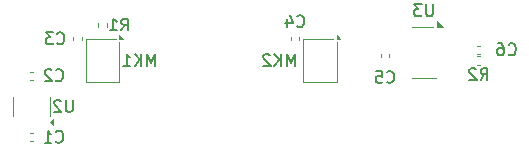
<source format=gbr>
%TF.GenerationSoftware,KiCad,Pcbnew,9.0.1*%
%TF.CreationDate,2025-07-30T00:23:40-04:00*%
%TF.ProjectId,T5848,54353834-382e-46b6-9963-61645f706362,rev?*%
%TF.SameCoordinates,Original*%
%TF.FileFunction,Legend,Bot*%
%TF.FilePolarity,Positive*%
%FSLAX46Y46*%
G04 Gerber Fmt 4.6, Leading zero omitted, Abs format (unit mm)*
G04 Created by KiCad (PCBNEW 9.0.1) date 2025-07-30 00:23:40*
%MOMM*%
%LPD*%
G01*
G04 APERTURE LIST*
%ADD10C,0.150000*%
%ADD11C,0.120000*%
G04 APERTURE END LIST*
D10*
X163366665Y-106809580D02*
X163414284Y-106857200D01*
X163414284Y-106857200D02*
X163557141Y-106904819D01*
X163557141Y-106904819D02*
X163652379Y-106904819D01*
X163652379Y-106904819D02*
X163795236Y-106857200D01*
X163795236Y-106857200D02*
X163890474Y-106761961D01*
X163890474Y-106761961D02*
X163938093Y-106666723D01*
X163938093Y-106666723D02*
X163985712Y-106476247D01*
X163985712Y-106476247D02*
X163985712Y-106333390D01*
X163985712Y-106333390D02*
X163938093Y-106142914D01*
X163938093Y-106142914D02*
X163890474Y-106047676D01*
X163890474Y-106047676D02*
X163795236Y-105952438D01*
X163795236Y-105952438D02*
X163652379Y-105904819D01*
X163652379Y-105904819D02*
X163557141Y-105904819D01*
X163557141Y-105904819D02*
X163414284Y-105952438D01*
X163414284Y-105952438D02*
X163366665Y-106000057D01*
X162461903Y-105904819D02*
X162938093Y-105904819D01*
X162938093Y-105904819D02*
X162985712Y-106381009D01*
X162985712Y-106381009D02*
X162938093Y-106333390D01*
X162938093Y-106333390D02*
X162842855Y-106285771D01*
X162842855Y-106285771D02*
X162604760Y-106285771D01*
X162604760Y-106285771D02*
X162509522Y-106333390D01*
X162509522Y-106333390D02*
X162461903Y-106381009D01*
X162461903Y-106381009D02*
X162414284Y-106476247D01*
X162414284Y-106476247D02*
X162414284Y-106714342D01*
X162414284Y-106714342D02*
X162461903Y-106809580D01*
X162461903Y-106809580D02*
X162509522Y-106857200D01*
X162509522Y-106857200D02*
X162604760Y-106904819D01*
X162604760Y-106904819D02*
X162842855Y-106904819D01*
X162842855Y-106904819D02*
X162938093Y-106857200D01*
X162938093Y-106857200D02*
X162985712Y-106809580D01*
X155766666Y-102079580D02*
X155814285Y-102127200D01*
X155814285Y-102127200D02*
X155957142Y-102174819D01*
X155957142Y-102174819D02*
X156052380Y-102174819D01*
X156052380Y-102174819D02*
X156195237Y-102127200D01*
X156195237Y-102127200D02*
X156290475Y-102031961D01*
X156290475Y-102031961D02*
X156338094Y-101936723D01*
X156338094Y-101936723D02*
X156385713Y-101746247D01*
X156385713Y-101746247D02*
X156385713Y-101603390D01*
X156385713Y-101603390D02*
X156338094Y-101412914D01*
X156338094Y-101412914D02*
X156290475Y-101317676D01*
X156290475Y-101317676D02*
X156195237Y-101222438D01*
X156195237Y-101222438D02*
X156052380Y-101174819D01*
X156052380Y-101174819D02*
X155957142Y-101174819D01*
X155957142Y-101174819D02*
X155814285Y-101222438D01*
X155814285Y-101222438D02*
X155766666Y-101270057D01*
X154909523Y-101508152D02*
X154909523Y-102174819D01*
X155147618Y-101127200D02*
X155385713Y-101841485D01*
X155385713Y-101841485D02*
X154766666Y-101841485D01*
X135447066Y-103534380D02*
X135494685Y-103582000D01*
X135494685Y-103582000D02*
X135637542Y-103629619D01*
X135637542Y-103629619D02*
X135732780Y-103629619D01*
X135732780Y-103629619D02*
X135875637Y-103582000D01*
X135875637Y-103582000D02*
X135970875Y-103486761D01*
X135970875Y-103486761D02*
X136018494Y-103391523D01*
X136018494Y-103391523D02*
X136066113Y-103201047D01*
X136066113Y-103201047D02*
X136066113Y-103058190D01*
X136066113Y-103058190D02*
X136018494Y-102867714D01*
X136018494Y-102867714D02*
X135970875Y-102772476D01*
X135970875Y-102772476D02*
X135875637Y-102677238D01*
X135875637Y-102677238D02*
X135732780Y-102629619D01*
X135732780Y-102629619D02*
X135637542Y-102629619D01*
X135637542Y-102629619D02*
X135494685Y-102677238D01*
X135494685Y-102677238D02*
X135447066Y-102724857D01*
X135113732Y-102629619D02*
X134494685Y-102629619D01*
X134494685Y-102629619D02*
X134828018Y-103010571D01*
X134828018Y-103010571D02*
X134685161Y-103010571D01*
X134685161Y-103010571D02*
X134589923Y-103058190D01*
X134589923Y-103058190D02*
X134542304Y-103105809D01*
X134542304Y-103105809D02*
X134494685Y-103201047D01*
X134494685Y-103201047D02*
X134494685Y-103439142D01*
X134494685Y-103439142D02*
X134542304Y-103534380D01*
X134542304Y-103534380D02*
X134589923Y-103582000D01*
X134589923Y-103582000D02*
X134685161Y-103629619D01*
X134685161Y-103629619D02*
X134970875Y-103629619D01*
X134970875Y-103629619D02*
X135066113Y-103582000D01*
X135066113Y-103582000D02*
X135113732Y-103534380D01*
X155563723Y-105458419D02*
X155563723Y-104458419D01*
X155563723Y-104458419D02*
X155230390Y-105172704D01*
X155230390Y-105172704D02*
X154897057Y-104458419D01*
X154897057Y-104458419D02*
X154897057Y-105458419D01*
X154420866Y-105458419D02*
X154420866Y-104458419D01*
X153849438Y-105458419D02*
X154278009Y-104886990D01*
X153849438Y-104458419D02*
X154420866Y-105029847D01*
X153468485Y-104553657D02*
X153420866Y-104506038D01*
X153420866Y-104506038D02*
X153325628Y-104458419D01*
X153325628Y-104458419D02*
X153087533Y-104458419D01*
X153087533Y-104458419D02*
X152992295Y-104506038D01*
X152992295Y-104506038D02*
X152944676Y-104553657D01*
X152944676Y-104553657D02*
X152897057Y-104648895D01*
X152897057Y-104648895D02*
X152897057Y-104744133D01*
X152897057Y-104744133D02*
X152944676Y-104886990D01*
X152944676Y-104886990D02*
X153516104Y-105458419D01*
X153516104Y-105458419D02*
X152897057Y-105458419D01*
X171296666Y-106654819D02*
X171629999Y-106178628D01*
X171868094Y-106654819D02*
X171868094Y-105654819D01*
X171868094Y-105654819D02*
X171487142Y-105654819D01*
X171487142Y-105654819D02*
X171391904Y-105702438D01*
X171391904Y-105702438D02*
X171344285Y-105750057D01*
X171344285Y-105750057D02*
X171296666Y-105845295D01*
X171296666Y-105845295D02*
X171296666Y-105988152D01*
X171296666Y-105988152D02*
X171344285Y-106083390D01*
X171344285Y-106083390D02*
X171391904Y-106131009D01*
X171391904Y-106131009D02*
X171487142Y-106178628D01*
X171487142Y-106178628D02*
X171868094Y-106178628D01*
X170915713Y-105750057D02*
X170868094Y-105702438D01*
X170868094Y-105702438D02*
X170772856Y-105654819D01*
X170772856Y-105654819D02*
X170534761Y-105654819D01*
X170534761Y-105654819D02*
X170439523Y-105702438D01*
X170439523Y-105702438D02*
X170391904Y-105750057D01*
X170391904Y-105750057D02*
X170344285Y-105845295D01*
X170344285Y-105845295D02*
X170344285Y-105940533D01*
X170344285Y-105940533D02*
X170391904Y-106083390D01*
X170391904Y-106083390D02*
X170963332Y-106654819D01*
X170963332Y-106654819D02*
X170344285Y-106654819D01*
X135345466Y-106658580D02*
X135393085Y-106706200D01*
X135393085Y-106706200D02*
X135535942Y-106753819D01*
X135535942Y-106753819D02*
X135631180Y-106753819D01*
X135631180Y-106753819D02*
X135774037Y-106706200D01*
X135774037Y-106706200D02*
X135869275Y-106610961D01*
X135869275Y-106610961D02*
X135916894Y-106515723D01*
X135916894Y-106515723D02*
X135964513Y-106325247D01*
X135964513Y-106325247D02*
X135964513Y-106182390D01*
X135964513Y-106182390D02*
X135916894Y-105991914D01*
X135916894Y-105991914D02*
X135869275Y-105896676D01*
X135869275Y-105896676D02*
X135774037Y-105801438D01*
X135774037Y-105801438D02*
X135631180Y-105753819D01*
X135631180Y-105753819D02*
X135535942Y-105753819D01*
X135535942Y-105753819D02*
X135393085Y-105801438D01*
X135393085Y-105801438D02*
X135345466Y-105849057D01*
X134964513Y-105849057D02*
X134916894Y-105801438D01*
X134916894Y-105801438D02*
X134821656Y-105753819D01*
X134821656Y-105753819D02*
X134583561Y-105753819D01*
X134583561Y-105753819D02*
X134488323Y-105801438D01*
X134488323Y-105801438D02*
X134440704Y-105849057D01*
X134440704Y-105849057D02*
X134393085Y-105944295D01*
X134393085Y-105944295D02*
X134393085Y-106039533D01*
X134393085Y-106039533D02*
X134440704Y-106182390D01*
X134440704Y-106182390D02*
X135012132Y-106753819D01*
X135012132Y-106753819D02*
X134393085Y-106753819D01*
X140882666Y-102454819D02*
X141215999Y-101978628D01*
X141454094Y-102454819D02*
X141454094Y-101454819D01*
X141454094Y-101454819D02*
X141073142Y-101454819D01*
X141073142Y-101454819D02*
X140977904Y-101502438D01*
X140977904Y-101502438D02*
X140930285Y-101550057D01*
X140930285Y-101550057D02*
X140882666Y-101645295D01*
X140882666Y-101645295D02*
X140882666Y-101788152D01*
X140882666Y-101788152D02*
X140930285Y-101883390D01*
X140930285Y-101883390D02*
X140977904Y-101931009D01*
X140977904Y-101931009D02*
X141073142Y-101978628D01*
X141073142Y-101978628D02*
X141454094Y-101978628D01*
X139930285Y-102454819D02*
X140501713Y-102454819D01*
X140215999Y-102454819D02*
X140215999Y-101454819D01*
X140215999Y-101454819D02*
X140311237Y-101597676D01*
X140311237Y-101597676D02*
X140406475Y-101692914D01*
X140406475Y-101692914D02*
X140501713Y-101740533D01*
X136753504Y-108354819D02*
X136753504Y-109164342D01*
X136753504Y-109164342D02*
X136705885Y-109259580D01*
X136705885Y-109259580D02*
X136658266Y-109307200D01*
X136658266Y-109307200D02*
X136563028Y-109354819D01*
X136563028Y-109354819D02*
X136372552Y-109354819D01*
X136372552Y-109354819D02*
X136277314Y-109307200D01*
X136277314Y-109307200D02*
X136229695Y-109259580D01*
X136229695Y-109259580D02*
X136182076Y-109164342D01*
X136182076Y-109164342D02*
X136182076Y-108354819D01*
X135753504Y-108450057D02*
X135705885Y-108402438D01*
X135705885Y-108402438D02*
X135610647Y-108354819D01*
X135610647Y-108354819D02*
X135372552Y-108354819D01*
X135372552Y-108354819D02*
X135277314Y-108402438D01*
X135277314Y-108402438D02*
X135229695Y-108450057D01*
X135229695Y-108450057D02*
X135182076Y-108545295D01*
X135182076Y-108545295D02*
X135182076Y-108640533D01*
X135182076Y-108640533D02*
X135229695Y-108783390D01*
X135229695Y-108783390D02*
X135801123Y-109354819D01*
X135801123Y-109354819D02*
X135182076Y-109354819D01*
X135347388Y-111859303D02*
X135395007Y-111906923D01*
X135395007Y-111906923D02*
X135537864Y-111954542D01*
X135537864Y-111954542D02*
X135633102Y-111954542D01*
X135633102Y-111954542D02*
X135775959Y-111906923D01*
X135775959Y-111906923D02*
X135871197Y-111811684D01*
X135871197Y-111811684D02*
X135918816Y-111716446D01*
X135918816Y-111716446D02*
X135966435Y-111525970D01*
X135966435Y-111525970D02*
X135966435Y-111383113D01*
X135966435Y-111383113D02*
X135918816Y-111192637D01*
X135918816Y-111192637D02*
X135871197Y-111097399D01*
X135871197Y-111097399D02*
X135775959Y-111002161D01*
X135775959Y-111002161D02*
X135633102Y-110954542D01*
X135633102Y-110954542D02*
X135537864Y-110954542D01*
X135537864Y-110954542D02*
X135395007Y-111002161D01*
X135395007Y-111002161D02*
X135347388Y-111049780D01*
X134395007Y-111954542D02*
X134966435Y-111954542D01*
X134680721Y-111954542D02*
X134680721Y-110954542D01*
X134680721Y-110954542D02*
X134775959Y-111097399D01*
X134775959Y-111097399D02*
X134871197Y-111192637D01*
X134871197Y-111192637D02*
X134966435Y-111240256D01*
X167261904Y-100254819D02*
X167261904Y-101064342D01*
X167261904Y-101064342D02*
X167214285Y-101159580D01*
X167214285Y-101159580D02*
X167166666Y-101207200D01*
X167166666Y-101207200D02*
X167071428Y-101254819D01*
X167071428Y-101254819D02*
X166880952Y-101254819D01*
X166880952Y-101254819D02*
X166785714Y-101207200D01*
X166785714Y-101207200D02*
X166738095Y-101159580D01*
X166738095Y-101159580D02*
X166690476Y-101064342D01*
X166690476Y-101064342D02*
X166690476Y-100254819D01*
X166309523Y-100254819D02*
X165690476Y-100254819D01*
X165690476Y-100254819D02*
X166023809Y-100635771D01*
X166023809Y-100635771D02*
X165880952Y-100635771D01*
X165880952Y-100635771D02*
X165785714Y-100683390D01*
X165785714Y-100683390D02*
X165738095Y-100731009D01*
X165738095Y-100731009D02*
X165690476Y-100826247D01*
X165690476Y-100826247D02*
X165690476Y-101064342D01*
X165690476Y-101064342D02*
X165738095Y-101159580D01*
X165738095Y-101159580D02*
X165785714Y-101207200D01*
X165785714Y-101207200D02*
X165880952Y-101254819D01*
X165880952Y-101254819D02*
X166166666Y-101254819D01*
X166166666Y-101254819D02*
X166261904Y-101207200D01*
X166261904Y-101207200D02*
X166309523Y-101159580D01*
X143727323Y-105458419D02*
X143727323Y-104458419D01*
X143727323Y-104458419D02*
X143393990Y-105172704D01*
X143393990Y-105172704D02*
X143060657Y-104458419D01*
X143060657Y-104458419D02*
X143060657Y-105458419D01*
X142584466Y-105458419D02*
X142584466Y-104458419D01*
X142013038Y-105458419D02*
X142441609Y-104886990D01*
X142013038Y-104458419D02*
X142584466Y-105029847D01*
X141060657Y-105458419D02*
X141632085Y-105458419D01*
X141346371Y-105458419D02*
X141346371Y-104458419D01*
X141346371Y-104458419D02*
X141441609Y-104601276D01*
X141441609Y-104601276D02*
X141536847Y-104696514D01*
X141536847Y-104696514D02*
X141632085Y-104744133D01*
X173666666Y-104459580D02*
X173714285Y-104507200D01*
X173714285Y-104507200D02*
X173857142Y-104554819D01*
X173857142Y-104554819D02*
X173952380Y-104554819D01*
X173952380Y-104554819D02*
X174095237Y-104507200D01*
X174095237Y-104507200D02*
X174190475Y-104411961D01*
X174190475Y-104411961D02*
X174238094Y-104316723D01*
X174238094Y-104316723D02*
X174285713Y-104126247D01*
X174285713Y-104126247D02*
X174285713Y-103983390D01*
X174285713Y-103983390D02*
X174238094Y-103792914D01*
X174238094Y-103792914D02*
X174190475Y-103697676D01*
X174190475Y-103697676D02*
X174095237Y-103602438D01*
X174095237Y-103602438D02*
X173952380Y-103554819D01*
X173952380Y-103554819D02*
X173857142Y-103554819D01*
X173857142Y-103554819D02*
X173714285Y-103602438D01*
X173714285Y-103602438D02*
X173666666Y-103650057D01*
X172809523Y-103554819D02*
X172999999Y-103554819D01*
X172999999Y-103554819D02*
X173095237Y-103602438D01*
X173095237Y-103602438D02*
X173142856Y-103650057D01*
X173142856Y-103650057D02*
X173238094Y-103792914D01*
X173238094Y-103792914D02*
X173285713Y-103983390D01*
X173285713Y-103983390D02*
X173285713Y-104364342D01*
X173285713Y-104364342D02*
X173238094Y-104459580D01*
X173238094Y-104459580D02*
X173190475Y-104507200D01*
X173190475Y-104507200D02*
X173095237Y-104554819D01*
X173095237Y-104554819D02*
X172904761Y-104554819D01*
X172904761Y-104554819D02*
X172809523Y-104507200D01*
X172809523Y-104507200D02*
X172761904Y-104459580D01*
X172761904Y-104459580D02*
X172714285Y-104364342D01*
X172714285Y-104364342D02*
X172714285Y-104126247D01*
X172714285Y-104126247D02*
X172761904Y-104031009D01*
X172761904Y-104031009D02*
X172809523Y-103983390D01*
X172809523Y-103983390D02*
X172904761Y-103935771D01*
X172904761Y-103935771D02*
X173095237Y-103935771D01*
X173095237Y-103935771D02*
X173190475Y-103983390D01*
X173190475Y-103983390D02*
X173238094Y-104031009D01*
X173238094Y-104031009D02*
X173285713Y-104126247D01*
D11*
%TO.C,C5*%
X162840000Y-104492165D02*
X162839999Y-104707837D01*
X163560001Y-104492163D02*
X163560000Y-104707835D01*
%TO.C,C4*%
X155239998Y-103267836D02*
X155240000Y-103052163D01*
X155960000Y-103267837D02*
X155960002Y-103052164D01*
%TO.C,C3*%
X136819998Y-103267836D02*
X136820000Y-103052163D01*
X137540000Y-103267837D02*
X137540002Y-103052164D01*
%TO.C,MK2*%
X156285000Y-103150000D02*
X156285000Y-106850000D01*
X156285000Y-106850000D02*
X159135000Y-106850000D01*
X158835000Y-103150000D02*
X156285000Y-103150000D01*
X159135000Y-106850000D02*
X159135000Y-103450000D01*
X159415000Y-103150000D02*
X159135000Y-103150000D01*
X159135000Y-102870000D01*
X159415000Y-103150000D01*
G36*
X159415000Y-103150000D02*
G01*
X159135000Y-103150000D01*
X159135000Y-102870000D01*
X159415000Y-103150000D01*
G37*
%TO.C,R2*%
X170976359Y-104650000D02*
X171283640Y-104650001D01*
X170976360Y-105409999D02*
X171283641Y-105410000D01*
%TO.C,C2*%
X133407836Y-105940000D02*
X133192164Y-105940000D01*
X133407836Y-106660000D02*
X133192164Y-106660000D01*
%TO.C,R1*%
X138920001Y-102153640D02*
X138920000Y-101846359D01*
X139680000Y-102153641D02*
X139679999Y-101846360D01*
%TO.C,U2*%
X131740000Y-108900001D02*
X131740000Y-108099999D01*
X131740000Y-108900001D02*
X131740000Y-109699999D01*
X134860000Y-108899999D02*
X134860000Y-108100001D01*
X134860000Y-108899999D02*
X134860000Y-109700001D01*
X135140000Y-110440000D02*
X134810001Y-110200000D01*
X135140000Y-109960000D01*
X135140000Y-110440000D01*
G36*
X135140000Y-110440000D02*
G01*
X134810001Y-110200000D01*
X135140000Y-109960000D01*
X135140000Y-110440000D01*
G37*
%TO.C,C1*%
X133407836Y-111140000D02*
X133192164Y-111140000D01*
X133407836Y-111860000D02*
X133192164Y-111860000D01*
%TO.C,U3*%
X165500000Y-102140000D02*
X167300000Y-102140000D01*
X165510000Y-106460000D02*
X167510000Y-106460000D01*
X168100000Y-102140000D02*
X167620000Y-102140000D01*
X167620000Y-101660000D01*
X168100000Y-102140000D01*
G36*
X168100000Y-102140000D02*
G01*
X167620000Y-102140000D01*
X167620000Y-101660000D01*
X168100000Y-102140000D01*
G37*
%TO.C,MK1*%
X137865000Y-103150000D02*
X137865000Y-106850000D01*
X137865000Y-106850000D02*
X140715000Y-106850000D01*
X140415000Y-103150000D02*
X137865000Y-103150000D01*
X140715000Y-106850000D02*
X140715000Y-103450000D01*
X140995000Y-103150000D02*
X140715000Y-103150000D01*
X140715000Y-102870000D01*
X140995000Y-103150000D01*
G36*
X140995000Y-103150000D02*
G01*
X140715000Y-103150000D01*
X140715000Y-102870000D01*
X140995000Y-103150000D01*
G37*
%TO.C,C6*%
X171012163Y-104460002D02*
X171227836Y-104459999D01*
X171012164Y-103740001D02*
X171227837Y-103739998D01*
%TD*%
M02*

</source>
